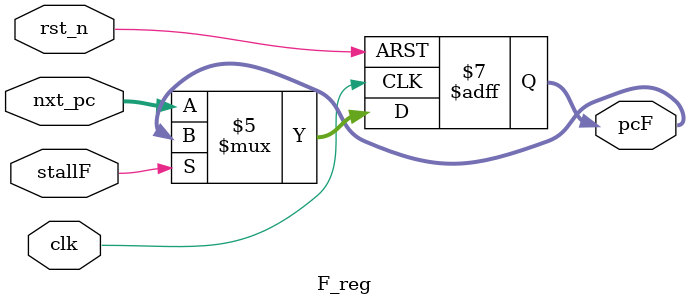
<source format=v>
module F_reg (
   input  wire          clk,
                        rst_n,
                        stallF,
   input  wire [31:0]   nxt_pc,
   output reg  [31:0]   pcF
);

   always @(posedge clk or negedge rst_n) begin
      if (~rst_n) begin
         pcF <= 0;
      end
      else begin
         if (~stallF) begin
            pcF <= nxt_pc;
         end
         else begin
            pcF <= pcF;
         end
      end
   end


endmodule
</source>
